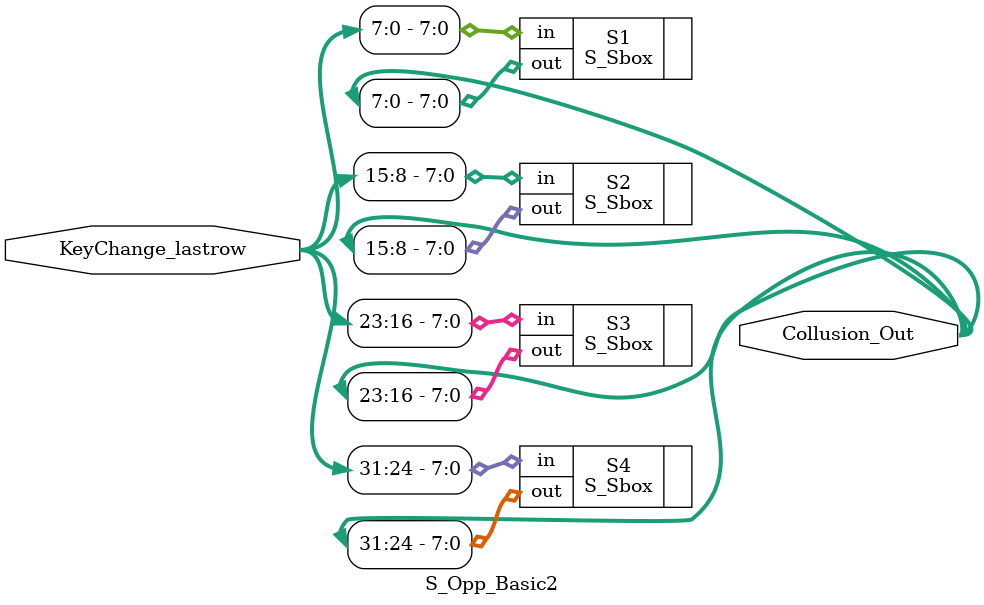
<source format=v>
module S_Opp_Basic2(KeyChange_lastrow,Collusion_Out);
  
  input [31:0]KeyChange_lastrow;
  
  output [31:0]Collusion_Out;
  
  S_Sbox S1 (
    .in(KeyChange_lastrow[7:0]), 
    .out(Collusion_Out[7:0])
    );

S_Sbox S2 (
    .in(KeyChange_lastrow[15:8]), 
    .out(Collusion_Out[15:8])
    );
    
    S_Sbox S3 (
    .in(KeyChange_lastrow[23:16]), 
    .out(Collusion_Out[23:16])
    );
    
    S_Sbox S4 (
    .in(KeyChange_lastrow[31:24]), 
    .out(Collusion_Out[31:24])
    );

endmodule
</source>
